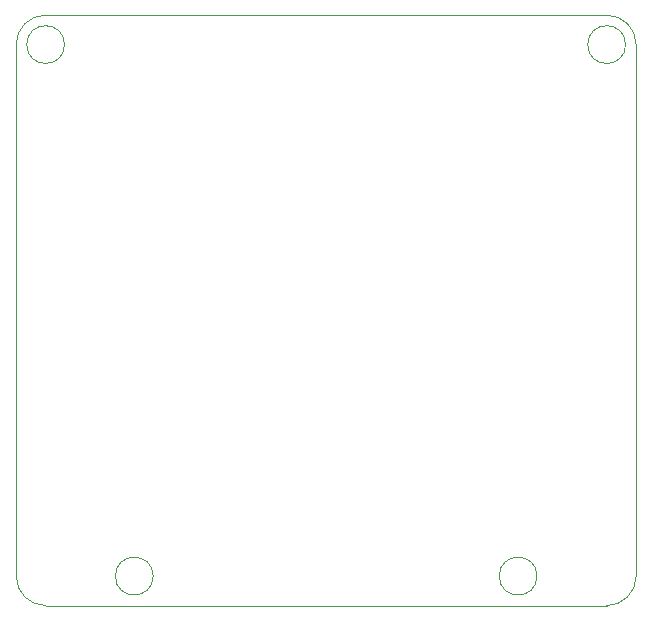
<source format=gm1>
%TF.GenerationSoftware,KiCad,Pcbnew,(5.99.0-7341-g2f3ca60c5e)*%
%TF.CreationDate,2020-12-04T16:43:46+01:00*%
%TF.ProjectId,controller,636f6e74-726f-46c6-9c65-722e6b696361,rev?*%
%TF.SameCoordinates,Original*%
%TF.FileFunction,Profile,NP*%
%FSLAX46Y46*%
G04 Gerber Fmt 4.6, Leading zero omitted, Abs format (unit mm)*
G04 Created by KiCad (PCBNEW (5.99.0-7341-g2f3ca60c5e)) date 2020-12-04 16:43:46*
%MOMM*%
%LPD*%
G01*
G04 APERTURE LIST*
%TA.AperFunction,Profile*%
%ADD10C,0.100000*%
%TD*%
G04 APERTURE END LIST*
D10*
X23750000Y-47500000D02*
X-23750000Y-47500000D01*
X26250000Y0D02*
X26250000Y-45000000D01*
X17850000Y-45000000D02*
G75*
G03*
X17850000Y-45000000I-1600000J0D01*
G01*
X-22150000Y0D02*
G75*
G03*
X-22150000Y0I-1600000J0D01*
G01*
X-26250000Y0D02*
G75*
G02*
X-23750000Y2500000I2500000J0D01*
G01*
X-23750000Y2500000D02*
X23750000Y2500000D01*
X-26250000Y-45000000D02*
X-26250000Y0D01*
X-23750000Y-47500000D02*
G75*
G02*
X-26250000Y-45000000I0J2500000D01*
G01*
X26250000Y-45000000D02*
G75*
G02*
X23750000Y-47500000I-2500000J0D01*
G01*
X-14650000Y-45000000D02*
G75*
G03*
X-14650000Y-45000000I-1600000J0D01*
G01*
X26250000Y0D02*
G75*
G03*
X23750000Y2500000I-2500000J0D01*
G01*
X25350000Y0D02*
G75*
G03*
X25350000Y0I-1600000J0D01*
G01*
M02*

</source>
